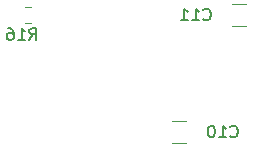
<source format=gbr>
G04 #@! TF.GenerationSoftware,KiCad,Pcbnew,5.1.9*
G04 #@! TF.CreationDate,2021-04-19T03:57:35-04:00*
G04 #@! TF.ProjectId,lm3886_amp_balanced_input,6c6d3338-3836-45f6-916d-705f62616c61,rev?*
G04 #@! TF.SameCoordinates,Original*
G04 #@! TF.FileFunction,Legend,Bot*
G04 #@! TF.FilePolarity,Positive*
%FSLAX46Y46*%
G04 Gerber Fmt 4.6, Leading zero omitted, Abs format (unit mm)*
G04 Created by KiCad (PCBNEW 5.1.9) date 2021-04-19 03:57:35*
%MOMM*%
%LPD*%
G01*
G04 APERTURE LIST*
%ADD10C,0.120000*%
%ADD11C,0.150000*%
G04 APERTURE END LIST*
D10*
X125217422Y-61774000D02*
X125734578Y-61774000D01*
X125217422Y-63194000D02*
X125734578Y-63194000D01*
X142780936Y-63394000D02*
X143985064Y-63394000D01*
X142780936Y-61574000D02*
X143985064Y-61574000D01*
X138905064Y-71480000D02*
X137700936Y-71480000D01*
X138905064Y-73300000D02*
X137700936Y-73300000D01*
D11*
X125610857Y-64586380D02*
X125944190Y-64110190D01*
X126182285Y-64586380D02*
X126182285Y-63586380D01*
X125801333Y-63586380D01*
X125706095Y-63634000D01*
X125658476Y-63681619D01*
X125610857Y-63776857D01*
X125610857Y-63919714D01*
X125658476Y-64014952D01*
X125706095Y-64062571D01*
X125801333Y-64110190D01*
X126182285Y-64110190D01*
X124658476Y-64586380D02*
X125229904Y-64586380D01*
X124944190Y-64586380D02*
X124944190Y-63586380D01*
X125039428Y-63729238D01*
X125134666Y-63824476D01*
X125229904Y-63872095D01*
X123801333Y-63586380D02*
X123991809Y-63586380D01*
X124087047Y-63634000D01*
X124134666Y-63681619D01*
X124229904Y-63824476D01*
X124277523Y-64014952D01*
X124277523Y-64395904D01*
X124229904Y-64491142D01*
X124182285Y-64538761D01*
X124087047Y-64586380D01*
X123896571Y-64586380D01*
X123801333Y-64538761D01*
X123753714Y-64491142D01*
X123706095Y-64395904D01*
X123706095Y-64157809D01*
X123753714Y-64062571D01*
X123801333Y-64014952D01*
X123896571Y-63967333D01*
X124087047Y-63967333D01*
X124182285Y-64014952D01*
X124229904Y-64062571D01*
X124277523Y-64157809D01*
X140342857Y-62841142D02*
X140390476Y-62888761D01*
X140533333Y-62936380D01*
X140628571Y-62936380D01*
X140771428Y-62888761D01*
X140866666Y-62793523D01*
X140914285Y-62698285D01*
X140961904Y-62507809D01*
X140961904Y-62364952D01*
X140914285Y-62174476D01*
X140866666Y-62079238D01*
X140771428Y-61984000D01*
X140628571Y-61936380D01*
X140533333Y-61936380D01*
X140390476Y-61984000D01*
X140342857Y-62031619D01*
X139390476Y-62936380D02*
X139961904Y-62936380D01*
X139676190Y-62936380D02*
X139676190Y-61936380D01*
X139771428Y-62079238D01*
X139866666Y-62174476D01*
X139961904Y-62222095D01*
X138438095Y-62936380D02*
X139009523Y-62936380D01*
X138723809Y-62936380D02*
X138723809Y-61936380D01*
X138819047Y-62079238D01*
X138914285Y-62174476D01*
X139009523Y-62222095D01*
X142628857Y-72747142D02*
X142676476Y-72794761D01*
X142819333Y-72842380D01*
X142914571Y-72842380D01*
X143057428Y-72794761D01*
X143152666Y-72699523D01*
X143200285Y-72604285D01*
X143247904Y-72413809D01*
X143247904Y-72270952D01*
X143200285Y-72080476D01*
X143152666Y-71985238D01*
X143057428Y-71890000D01*
X142914571Y-71842380D01*
X142819333Y-71842380D01*
X142676476Y-71890000D01*
X142628857Y-71937619D01*
X141676476Y-72842380D02*
X142247904Y-72842380D01*
X141962190Y-72842380D02*
X141962190Y-71842380D01*
X142057428Y-71985238D01*
X142152666Y-72080476D01*
X142247904Y-72128095D01*
X141057428Y-71842380D02*
X140962190Y-71842380D01*
X140866952Y-71890000D01*
X140819333Y-71937619D01*
X140771714Y-72032857D01*
X140724095Y-72223333D01*
X140724095Y-72461428D01*
X140771714Y-72651904D01*
X140819333Y-72747142D01*
X140866952Y-72794761D01*
X140962190Y-72842380D01*
X141057428Y-72842380D01*
X141152666Y-72794761D01*
X141200285Y-72747142D01*
X141247904Y-72651904D01*
X141295523Y-72461428D01*
X141295523Y-72223333D01*
X141247904Y-72032857D01*
X141200285Y-71937619D01*
X141152666Y-71890000D01*
X141057428Y-71842380D01*
M02*

</source>
